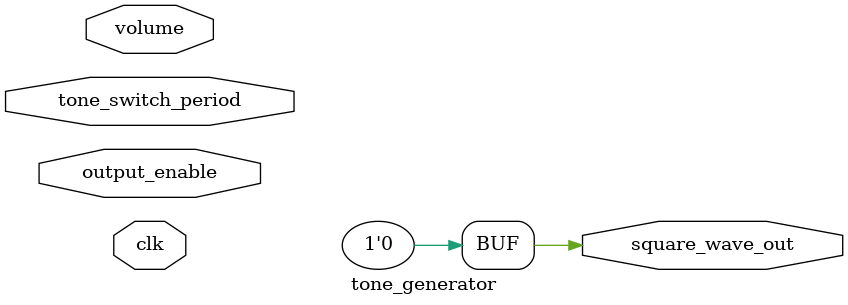
<source format=v>
`timescale 1ns/1ns
module tone_generator (
    input clk,
    input output_enable,
    input [23:0] tone_switch_period,
    input volume,
    output square_wave_out
);
    // TODO: copy your solution from lab3 here
    assign square_wave_out = 1'b0;
endmodule

</source>
